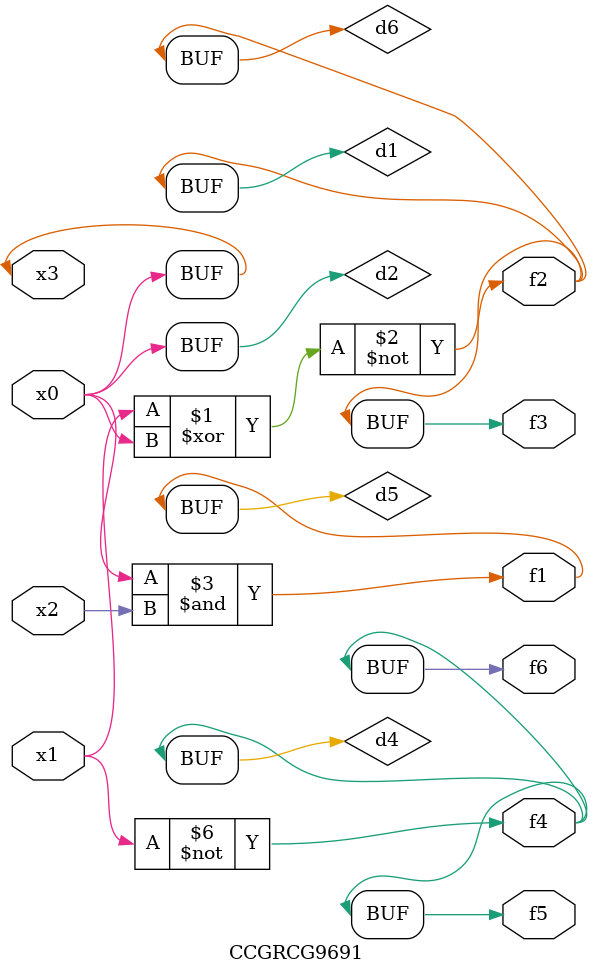
<source format=v>
module CCGRCG9691(
	input x0, x1, x2, x3,
	output f1, f2, f3, f4, f5, f6
);

	wire d1, d2, d3, d4, d5, d6;

	xnor (d1, x1, x3);
	buf (d2, x0, x3);
	nand (d3, x0, x2);
	not (d4, x1);
	nand (d5, d3);
	or (d6, d1);
	assign f1 = d5;
	assign f2 = d6;
	assign f3 = d6;
	assign f4 = d4;
	assign f5 = d4;
	assign f6 = d4;
endmodule

</source>
